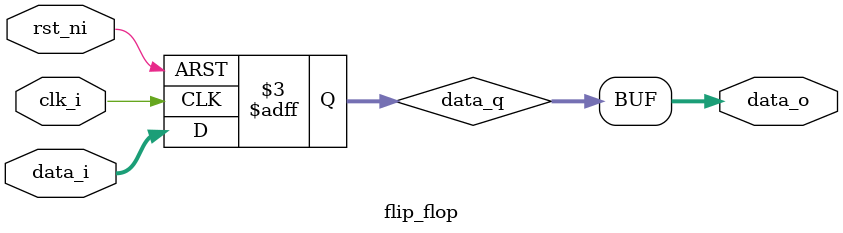
<source format=v>
`timescale 1ns / 1ps


module flip_flop#(
    parameter WIDTH = 16
)(
    input clk_i,
    input rst_ni,
    input [WIDTH-1:0] data_i,
    output [WIDTH-1:0] data_o
    );
    
// declare signals
reg [WIDTH-1:0] data_q;

// connect outputs
assign data_o = data_q;

// sequential block
always @(posedge clk_i or negedge rst_ni) begin
    if (~rst_ni) begin
        data_q <= 0;
    end else begin
        data_q <= data_i;
    end
end


endmodule

</source>
